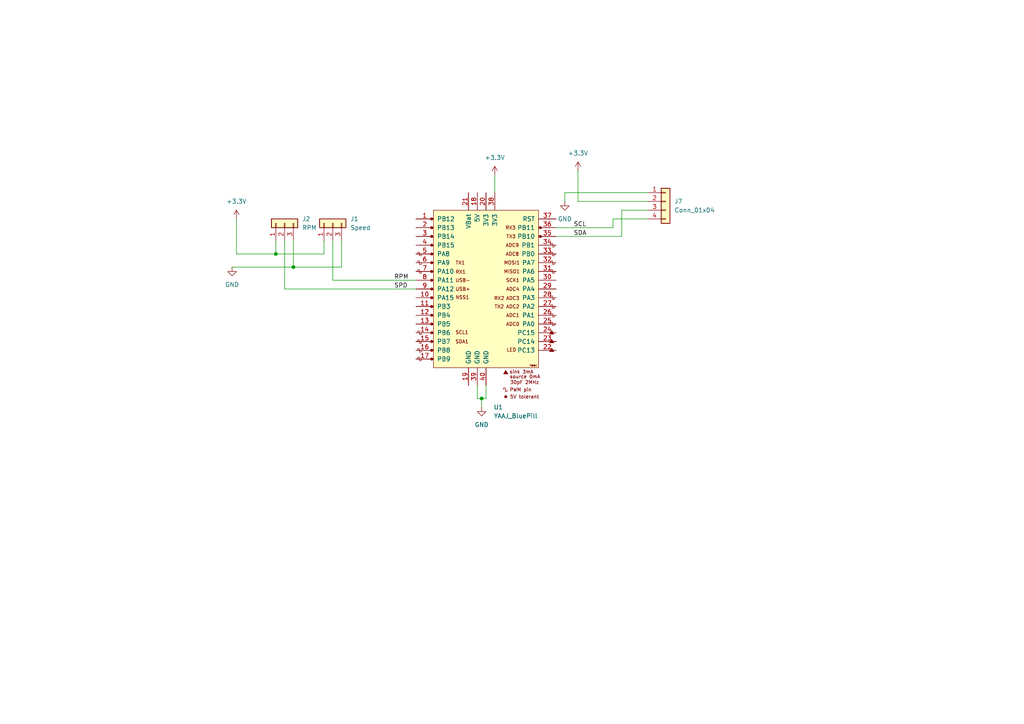
<source format=kicad_sch>
(kicad_sch
	(version 20231120)
	(generator "eeschema")
	(generator_version "8.0")
	(uuid "837044cf-9590-4543-8736-2e643c697318")
	(paper "A4")
	(lib_symbols
		(symbol "Connector_Generic:Conn_01x03"
			(pin_names
				(offset 1.016) hide)
			(exclude_from_sim no)
			(in_bom yes)
			(on_board yes)
			(property "Reference" "J"
				(at 0 5.08 0)
				(effects
					(font
						(size 1.27 1.27)
					)
				)
			)
			(property "Value" "Conn_01x03"
				(at 0 -5.08 0)
				(effects
					(font
						(size 1.27 1.27)
					)
				)
			)
			(property "Footprint" ""
				(at 0 0 0)
				(effects
					(font
						(size 1.27 1.27)
					)
					(hide yes)
				)
			)
			(property "Datasheet" "~"
				(at 0 0 0)
				(effects
					(font
						(size 1.27 1.27)
					)
					(hide yes)
				)
			)
			(property "Description" "Generic connector, single row, 01x03, script generated (kicad-library-utils/schlib/autogen/connector/)"
				(at 0 0 0)
				(effects
					(font
						(size 1.27 1.27)
					)
					(hide yes)
				)
			)
			(property "ki_keywords" "connector"
				(at 0 0 0)
				(effects
					(font
						(size 1.27 1.27)
					)
					(hide yes)
				)
			)
			(property "ki_fp_filters" "Connector*:*_1x??_*"
				(at 0 0 0)
				(effects
					(font
						(size 1.27 1.27)
					)
					(hide yes)
				)
			)
			(symbol "Conn_01x03_1_1"
				(rectangle
					(start -1.27 -2.413)
					(end 0 -2.667)
					(stroke
						(width 0.1524)
						(type default)
					)
					(fill
						(type none)
					)
				)
				(rectangle
					(start -1.27 0.127)
					(end 0 -0.127)
					(stroke
						(width 0.1524)
						(type default)
					)
					(fill
						(type none)
					)
				)
				(rectangle
					(start -1.27 2.667)
					(end 0 2.413)
					(stroke
						(width 0.1524)
						(type default)
					)
					(fill
						(type none)
					)
				)
				(rectangle
					(start -1.27 3.81)
					(end 1.27 -3.81)
					(stroke
						(width 0.254)
						(type default)
					)
					(fill
						(type background)
					)
				)
				(pin passive line
					(at -5.08 2.54 0)
					(length 3.81)
					(name "Pin_1"
						(effects
							(font
								(size 1.27 1.27)
							)
						)
					)
					(number "1"
						(effects
							(font
								(size 1.27 1.27)
							)
						)
					)
				)
				(pin passive line
					(at -5.08 0 0)
					(length 3.81)
					(name "Pin_2"
						(effects
							(font
								(size 1.27 1.27)
							)
						)
					)
					(number "2"
						(effects
							(font
								(size 1.27 1.27)
							)
						)
					)
				)
				(pin passive line
					(at -5.08 -2.54 0)
					(length 3.81)
					(name "Pin_3"
						(effects
							(font
								(size 1.27 1.27)
							)
						)
					)
					(number "3"
						(effects
							(font
								(size 1.27 1.27)
							)
						)
					)
				)
			)
		)
		(symbol "Connector_Generic:Conn_01x04"
			(pin_names
				(offset 1.016) hide)
			(exclude_from_sim no)
			(in_bom yes)
			(on_board yes)
			(property "Reference" "J"
				(at 0 5.08 0)
				(effects
					(font
						(size 1.27 1.27)
					)
				)
			)
			(property "Value" "Conn_01x04"
				(at 0 -7.62 0)
				(effects
					(font
						(size 1.27 1.27)
					)
				)
			)
			(property "Footprint" ""
				(at 0 0 0)
				(effects
					(font
						(size 1.27 1.27)
					)
					(hide yes)
				)
			)
			(property "Datasheet" "~"
				(at 0 0 0)
				(effects
					(font
						(size 1.27 1.27)
					)
					(hide yes)
				)
			)
			(property "Description" "Generic connector, single row, 01x04, script generated (kicad-library-utils/schlib/autogen/connector/)"
				(at 0 0 0)
				(effects
					(font
						(size 1.27 1.27)
					)
					(hide yes)
				)
			)
			(property "ki_keywords" "connector"
				(at 0 0 0)
				(effects
					(font
						(size 1.27 1.27)
					)
					(hide yes)
				)
			)
			(property "ki_fp_filters" "Connector*:*_1x??_*"
				(at 0 0 0)
				(effects
					(font
						(size 1.27 1.27)
					)
					(hide yes)
				)
			)
			(symbol "Conn_01x04_1_1"
				(rectangle
					(start -1.27 -4.953)
					(end 0 -5.207)
					(stroke
						(width 0.1524)
						(type default)
					)
					(fill
						(type none)
					)
				)
				(rectangle
					(start -1.27 -2.413)
					(end 0 -2.667)
					(stroke
						(width 0.1524)
						(type default)
					)
					(fill
						(type none)
					)
				)
				(rectangle
					(start -1.27 0.127)
					(end 0 -0.127)
					(stroke
						(width 0.1524)
						(type default)
					)
					(fill
						(type none)
					)
				)
				(rectangle
					(start -1.27 2.667)
					(end 0 2.413)
					(stroke
						(width 0.1524)
						(type default)
					)
					(fill
						(type none)
					)
				)
				(rectangle
					(start -1.27 3.81)
					(end 1.27 -6.35)
					(stroke
						(width 0.254)
						(type default)
					)
					(fill
						(type background)
					)
				)
				(pin passive line
					(at -5.08 2.54 0)
					(length 3.81)
					(name "Pin_1"
						(effects
							(font
								(size 1.27 1.27)
							)
						)
					)
					(number "1"
						(effects
							(font
								(size 1.27 1.27)
							)
						)
					)
				)
				(pin passive line
					(at -5.08 0 0)
					(length 3.81)
					(name "Pin_2"
						(effects
							(font
								(size 1.27 1.27)
							)
						)
					)
					(number "2"
						(effects
							(font
								(size 1.27 1.27)
							)
						)
					)
				)
				(pin passive line
					(at -5.08 -2.54 0)
					(length 3.81)
					(name "Pin_3"
						(effects
							(font
								(size 1.27 1.27)
							)
						)
					)
					(number "3"
						(effects
							(font
								(size 1.27 1.27)
							)
						)
					)
				)
				(pin passive line
					(at -5.08 -5.08 0)
					(length 3.81)
					(name "Pin_4"
						(effects
							(font
								(size 1.27 1.27)
							)
						)
					)
					(number "4"
						(effects
							(font
								(size 1.27 1.27)
							)
						)
					)
				)
			)
		)
		(symbol "Custom:YAAJ_BluePill"
			(pin_names
				(offset 1.016)
			)
			(exclude_from_sim no)
			(in_bom yes)
			(on_board yes)
			(property "Reference" "U"
				(at -13.97 24.13 0)
				(effects
					(font
						(size 1.27 1.27)
					)
				)
			)
			(property "Value" "YAAJ_BluePill"
				(at 0 6.35 90)
				(effects
					(font
						(size 1.27 1.27)
					)
				)
			)
			(property "Footprint" ""
				(at -1.905 24.13 90)
				(effects
					(font
						(size 1.27 1.27)
					)
					(hide yes)
				)
			)
			(property "Datasheet" ""
				(at -1.905 24.13 90)
				(effects
					(font
						(size 1.27 1.27)
					)
					(hide yes)
				)
			)
			(property "Description" "STM32 Blue Pill ; KLC compliant"
				(at 0 0 0)
				(effects
					(font
						(size 1.27 1.27)
					)
					(hide yes)
				)
			)
			(property "ki_keywords" "module blue pill STM32"
				(at 0 0 0)
				(effects
					(font
						(size 1.27 1.27)
					)
					(hide yes)
				)
			)
			(symbol "YAAJ_BluePill_0_0"
				(circle
					(center -15.748 -20.32)
					(radius 0.3556)
					(stroke
						(width 0)
						(type solid)
					)
					(fill
						(type outline)
					)
				)
				(circle
					(center -15.748 -17.78)
					(radius 0.3556)
					(stroke
						(width 0)
						(type solid)
					)
					(fill
						(type outline)
					)
				)
				(circle
					(center -15.748 -15.24)
					(radius 0.3556)
					(stroke
						(width 0)
						(type solid)
					)
					(fill
						(type outline)
					)
				)
				(circle
					(center -15.748 -12.7)
					(radius 0.3556)
					(stroke
						(width 0)
						(type solid)
					)
					(fill
						(type outline)
					)
				)
				(circle
					(center -15.748 -10.16)
					(radius 0.3556)
					(stroke
						(width 0)
						(type solid)
					)
					(fill
						(type outline)
					)
				)
				(circle
					(center -15.748 -7.62)
					(radius 0.3556)
					(stroke
						(width 0)
						(type solid)
					)
					(fill
						(type outline)
					)
				)
				(circle
					(center -15.748 -5.08)
					(radius 0.3556)
					(stroke
						(width 0)
						(type solid)
					)
					(fill
						(type outline)
					)
				)
				(circle
					(center -15.748 -2.54)
					(radius 0.3556)
					(stroke
						(width 0)
						(type solid)
					)
					(fill
						(type outline)
					)
				)
				(circle
					(center -15.748 0)
					(radius 0.3556)
					(stroke
						(width 0)
						(type solid)
					)
					(fill
						(type outline)
					)
				)
				(circle
					(center -15.748 2.54)
					(radius 0.3556)
					(stroke
						(width 0)
						(type solid)
					)
					(fill
						(type outline)
					)
				)
				(circle
					(center -15.748 5.08)
					(radius 0.3556)
					(stroke
						(width 0)
						(type solid)
					)
					(fill
						(type outline)
					)
				)
				(circle
					(center -15.748 7.62)
					(radius 0.3556)
					(stroke
						(width 0)
						(type solid)
					)
					(fill
						(type outline)
					)
				)
				(circle
					(center -15.748 10.16)
					(radius 0.3556)
					(stroke
						(width 0)
						(type solid)
					)
					(fill
						(type outline)
					)
				)
				(circle
					(center -15.748 12.7)
					(radius 0.3556)
					(stroke
						(width 0)
						(type solid)
					)
					(fill
						(type outline)
					)
				)
				(circle
					(center -15.748 15.24)
					(radius 0.3556)
					(stroke
						(width 0)
						(type solid)
					)
					(fill
						(type outline)
					)
				)
				(circle
					(center -15.748 20.32)
					(radius 0.3556)
					(stroke
						(width 0)
						(type solid)
					)
					(fill
						(type outline)
					)
				)
				(polyline
					(pts
						(xy 5.08 -24.638) (xy 5.715 -23.622) (xy 6.35 -24.638) (xy 5.08 -24.638) (xy 5.715 -23.749) (xy 6.223 -24.638)
						(xy 5.207 -24.511) (xy 5.715 -23.876) (xy 6.096 -24.638) (xy 5.334 -24.384) (xy 5.842 -24.003)
						(xy 5.969 -24.638) (xy 5.461 -24.257) (xy 5.969 -24.13) (xy 5.842 -24.511) (xy 5.588 -24.257)
						(xy 5.842 -24.384) (xy 5.715 -24.13)
					)
					(stroke
						(width 0)
						(type solid)
					)
					(fill
						(type none)
					)
				)
				(polyline
					(pts
						(xy 18.415 -18.161) (xy 19.05 -17.145) (xy 19.685 -18.161) (xy 18.415 -18.161) (xy 19.05 -17.272)
						(xy 19.558 -18.161) (xy 18.542 -18.034) (xy 19.05 -17.399) (xy 19.431 -18.161) (xy 18.669 -17.907)
						(xy 19.177 -17.526) (xy 19.304 -18.161) (xy 18.796 -17.78) (xy 19.304 -17.653) (xy 19.177 -18.034)
						(xy 18.923 -17.78) (xy 19.177 -17.907) (xy 19.05 -17.653)
					)
					(stroke
						(width 0)
						(type solid)
					)
					(fill
						(type none)
					)
				)
				(polyline
					(pts
						(xy 18.415 -15.621) (xy 19.05 -14.605) (xy 19.685 -15.621) (xy 18.415 -15.621) (xy 19.05 -14.732)
						(xy 19.558 -15.621) (xy 18.542 -15.494) (xy 19.05 -14.859) (xy 19.431 -15.621) (xy 18.669 -15.367)
						(xy 19.177 -14.986) (xy 19.304 -15.621) (xy 18.796 -15.24) (xy 19.304 -15.113) (xy 19.177 -15.494)
						(xy 18.923 -15.24) (xy 19.177 -15.367) (xy 19.05 -15.113)
					)
					(stroke
						(width 0)
						(type solid)
					)
					(fill
						(type none)
					)
				)
				(polyline
					(pts
						(xy 18.415 -13.081) (xy 19.05 -12.065) (xy 19.685 -13.081) (xy 18.415 -13.081) (xy 19.05 -12.192)
						(xy 19.558 -13.081) (xy 18.542 -12.954) (xy 19.05 -12.319) (xy 19.431 -13.081) (xy 18.669 -12.827)
						(xy 19.177 -12.446) (xy 19.304 -13.081) (xy 18.796 -12.7) (xy 19.304 -12.573) (xy 19.177 -12.954)
						(xy 18.923 -12.7) (xy 19.177 -12.827) (xy 19.05 -12.573)
					)
					(stroke
						(width 0)
						(type solid)
					)
					(fill
						(type none)
					)
				)
				(circle
					(center 5.715 -31.242)
					(radius 0.127)
					(stroke
						(width 0)
						(type solid)
					)
					(fill
						(type outline)
					)
				)
				(circle
					(center 5.715 -31.242)
					(radius 0.254)
					(stroke
						(width 0)
						(type solid)
					)
					(fill
						(type none)
					)
				)
				(circle
					(center 5.715 -31.242)
					(radius 0.3556)
					(stroke
						(width 0)
						(type solid)
					)
					(fill
						(type none)
					)
				)
				(circle
					(center 15.748 15.24)
					(radius 0.254)
					(stroke
						(width 0)
						(type solid)
					)
					(fill
						(type outline)
					)
				)
				(circle
					(center 15.748 15.24)
					(radius 0.3556)
					(stroke
						(width 0)
						(type solid)
					)
					(fill
						(type none)
					)
				)
				(circle
					(center 15.748 17.78)
					(radius 0.254)
					(stroke
						(width 0)
						(type solid)
					)
					(fill
						(type outline)
					)
				)
				(circle
					(center 15.748 17.78)
					(radius 0.3556)
					(stroke
						(width 0)
						(type solid)
					)
					(fill
						(type none)
					)
				)
				(text "30pF 2MHz"
					(at 11.176 -27.051 0)
					(effects
						(font
							(size 0.9906 0.9906)
						)
					)
				)
				(text "5V tolerant"
					(at 11.176 -31.242 0)
					(effects
						(font
							(size 0.9906 0.9906)
						)
					)
				)
				(text "ADC0"
					(at 7.747 -10.16 0)
					(effects
						(font
							(size 0.9906 0.9906)
						)
					)
				)
				(text "ADC1"
					(at 7.747 -7.62 0)
					(effects
						(font
							(size 0.9906 0.9906)
						)
					)
				)
				(text "ADC2"
					(at 7.747 -5.08 0)
					(effects
						(font
							(size 0.9906 0.9906)
						)
					)
				)
				(text "ADC3"
					(at 7.747 -2.667 0)
					(effects
						(font
							(size 0.9906 0.9906)
						)
					)
				)
				(text "ADC4"
					(at 7.747 0 0)
					(effects
						(font
							(size 0.9906 0.9906)
						)
					)
				)
				(text "ADC8"
					(at 7.62 10.16 0)
					(effects
						(font
							(size 0.9906 0.9906)
						)
					)
				)
				(text "ADC9"
					(at 7.62 12.7 0)
					(effects
						(font
							(size 0.9906 0.9906)
						)
					)
				)
				(text "LED"
					(at 7.366 -17.653 0)
					(effects
						(font
							(size 0.9906 0.9906)
						)
					)
				)
				(text "MISO1"
					(at 7.493 5.08 0)
					(effects
						(font
							(size 0.9906 0.9906)
						)
					)
				)
				(text "MOSI1"
					(at 7.493 7.62 0)
					(effects
						(font
							(size 0.9906 0.9906)
						)
					)
				)
				(text "NSS1"
					(at -6.858 -2.413 0)
					(effects
						(font
							(size 0.9906 0.9906)
						)
					)
				)
				(text "PWM pin"
					(at 10.033 -29.21 0)
					(effects
						(font
							(size 0.9906 0.9906)
						)
					)
				)
				(text "RX1"
					(at -7.366 4.953 0)
					(effects
						(font
							(size 0.9906 0.9906)
						)
					)
				)
				(text "RX2"
					(at 3.81 -2.667 0)
					(effects
						(font
							(size 0.9906 0.9906)
						)
					)
				)
				(text "RX3"
					(at 7.112 17.78 0)
					(effects
						(font
							(size 0.9906 0.9906)
						)
					)
				)
				(text "SCK1"
					(at 7.747 2.54 0)
					(effects
						(font
							(size 0.9906 0.9906)
						)
					)
				)
				(text "SCL1"
					(at -6.985 -12.573 0)
					(effects
						(font
							(size 0.9906 0.9906)
						)
					)
				)
				(text "SDA1"
					(at -6.985 -15.24 0)
					(effects
						(font
							(size 0.9906 0.9906)
						)
					)
				)
				(text "sink 3mA"
					(at 10.287 -24.003 0)
					(effects
						(font
							(size 0.9906 0.9906)
						)
					)
				)
				(text "source 0mA"
					(at 11.303 -25.4 0)
					(effects
						(font
							(size 0.9906 0.9906)
						)
					)
				)
				(text "TX1"
					(at -7.493 7.62 0)
					(effects
						(font
							(size 0.9906 0.9906)
						)
					)
				)
				(text "TX2"
					(at 3.81 -5.08 0)
					(effects
						(font
							(size 0.9906 0.9906)
						)
					)
				)
				(text "TX3"
					(at 7.239 15.24 0)
					(effects
						(font
							(size 0.9906 0.9906)
						)
					)
				)
				(text "USB+"
					(at -6.731 0 0)
					(effects
						(font
							(size 0.9906 0.9906)
						)
					)
				)
				(text "USB-"
					(at -6.731 2.54 0)
					(effects
						(font
							(size 0.9906 0.9906)
						)
					)
				)
				(text "Y@@J"
					(at 13.6906 -22.1488 0)
					(effects
						(font
							(size 0.508 0.508)
						)
					)
				)
			)
			(symbol "YAAJ_BluePill_0_1"
				(rectangle
					(start -15.24 22.86)
					(end 15.24 -22.86)
					(stroke
						(width 0)
						(type solid)
					)
					(fill
						(type background)
					)
				)
				(polyline
					(pts
						(xy -18.796 -20.32) (xy -18.796 -20.828) (xy -19.304 -20.828) (xy -19.304 -19.812) (xy -19.812 -19.812)
						(xy -19.812 -20.32)
					)
					(stroke
						(width 0)
						(type solid)
					)
					(fill
						(type none)
					)
				)
				(polyline
					(pts
						(xy -18.796 -17.78) (xy -18.796 -18.288) (xy -19.304 -18.288) (xy -19.304 -17.272) (xy -19.812 -17.272)
						(xy -19.812 -17.78)
					)
					(stroke
						(width 0)
						(type solid)
					)
					(fill
						(type none)
					)
				)
				(polyline
					(pts
						(xy -18.796 -15.24) (xy -18.796 -15.748) (xy -19.304 -15.748) (xy -19.304 -14.732) (xy -19.812 -14.732)
						(xy -19.812 -15.24)
					)
					(stroke
						(width 0)
						(type solid)
					)
					(fill
						(type none)
					)
				)
				(polyline
					(pts
						(xy -18.796 -12.7) (xy -18.796 -13.208) (xy -19.304 -13.208) (xy -19.304 -12.192) (xy -19.812 -12.192)
						(xy -19.812 -12.7)
					)
					(stroke
						(width 0)
						(type solid)
					)
					(fill
						(type none)
					)
				)
				(polyline
					(pts
						(xy -18.796 5.08) (xy -18.796 4.572) (xy -19.304 4.572) (xy -19.304 5.588) (xy -19.812 5.588)
						(xy -19.812 5.08)
					)
					(stroke
						(width 0)
						(type solid)
					)
					(fill
						(type none)
					)
				)
				(polyline
					(pts
						(xy -18.796 7.62) (xy -18.796 7.112) (xy -19.304 7.112) (xy -19.304 8.128) (xy -19.812 8.128)
						(xy -19.812 7.62)
					)
					(stroke
						(width 0)
						(type solid)
					)
					(fill
						(type none)
					)
				)
				(polyline
					(pts
						(xy -18.796 10.16) (xy -18.796 9.652) (xy -19.304 9.652) (xy -19.304 10.668) (xy -19.812 10.668)
						(xy -19.812 10.16)
					)
					(stroke
						(width 0)
						(type solid)
					)
					(fill
						(type none)
					)
				)
				(polyline
					(pts
						(xy 6.096 -29.21) (xy 6.096 -29.718) (xy 5.588 -29.718) (xy 5.588 -28.702) (xy 5.08 -28.702) (xy 5.08 -29.21)
					)
					(stroke
						(width 0)
						(type solid)
					)
					(fill
						(type none)
					)
				)
				(polyline
					(pts
						(xy 19.812 -10.16) (xy 19.812 -10.668) (xy 19.304 -10.668) (xy 19.304 -9.652) (xy 18.796 -9.652)
						(xy 18.796 -10.16)
					)
					(stroke
						(width 0)
						(type solid)
					)
					(fill
						(type none)
					)
				)
				(polyline
					(pts
						(xy 19.812 -7.62) (xy 19.812 -8.128) (xy 19.304 -8.128) (xy 19.304 -7.112) (xy 18.796 -7.112)
						(xy 18.796 -7.62)
					)
					(stroke
						(width 0)
						(type solid)
					)
					(fill
						(type none)
					)
				)
				(polyline
					(pts
						(xy 19.812 -5.08) (xy 19.812 -5.588) (xy 19.304 -5.588) (xy 19.304 -4.572) (xy 18.796 -4.572)
						(xy 18.796 -5.08)
					)
					(stroke
						(width 0)
						(type solid)
					)
					(fill
						(type none)
					)
				)
				(polyline
					(pts
						(xy 19.812 -2.54) (xy 19.812 -3.048) (xy 19.304 -3.048) (xy 19.304 -2.032) (xy 18.796 -2.032)
						(xy 18.796 -2.54)
					)
					(stroke
						(width 0)
						(type solid)
					)
					(fill
						(type none)
					)
				)
				(polyline
					(pts
						(xy 19.812 5.08) (xy 19.812 4.572) (xy 19.304 4.572) (xy 19.304 5.588) (xy 18.796 5.588) (xy 18.796 5.08)
					)
					(stroke
						(width 0)
						(type solid)
					)
					(fill
						(type none)
					)
				)
				(polyline
					(pts
						(xy 19.812 7.62) (xy 19.812 7.112) (xy 19.304 7.112) (xy 19.304 8.128) (xy 18.796 8.128) (xy 18.796 7.62)
					)
					(stroke
						(width 0)
						(type solid)
					)
					(fill
						(type none)
					)
				)
				(polyline
					(pts
						(xy 19.812 10.16) (xy 19.812 9.652) (xy 19.304 9.652) (xy 19.304 10.668) (xy 18.796 10.668) (xy 18.796 10.16)
					)
					(stroke
						(width 0)
						(type solid)
					)
					(fill
						(type none)
					)
				)
				(polyline
					(pts
						(xy 19.812 12.7) (xy 19.812 12.192) (xy 19.304 12.192) (xy 19.304 13.208) (xy 18.796 13.208) (xy 18.796 12.7)
					)
					(stroke
						(width 0)
						(type solid)
					)
					(fill
						(type none)
					)
				)
			)
			(symbol "YAAJ_BluePill_1_1"
				(circle
					(center -15.748 17.78)
					(radius 0.3556)
					(stroke
						(width 0)
						(type solid)
					)
					(fill
						(type outline)
					)
				)
				(pin bidirectional line
					(at -20.32 20.32 0)
					(length 5.08)
					(name "PB12"
						(effects
							(font
								(size 1.27 1.27)
							)
						)
					)
					(number "1"
						(effects
							(font
								(size 1.27 1.27)
							)
						)
					)
				)
				(pin bidirectional line
					(at -20.32 -2.54 0)
					(length 5.08)
					(name "PA15"
						(effects
							(font
								(size 1.27 1.27)
							)
						)
					)
					(number "10"
						(effects
							(font
								(size 1.27 1.27)
							)
						)
					)
				)
				(pin bidirectional line
					(at -20.32 -5.08 0)
					(length 5.08)
					(name "PB3"
						(effects
							(font
								(size 1.27 1.27)
							)
						)
					)
					(number "11"
						(effects
							(font
								(size 1.27 1.27)
							)
						)
					)
				)
				(pin bidirectional line
					(at -20.32 -7.62 0)
					(length 5.08)
					(name "PB4"
						(effects
							(font
								(size 1.27 1.27)
							)
						)
					)
					(number "12"
						(effects
							(font
								(size 1.27 1.27)
							)
						)
					)
				)
				(pin bidirectional line
					(at -20.32 -10.16 0)
					(length 5.08)
					(name "PB5"
						(effects
							(font
								(size 1.27 1.27)
							)
						)
					)
					(number "13"
						(effects
							(font
								(size 1.27 1.27)
							)
						)
					)
				)
				(pin bidirectional line
					(at -20.32 -12.7 0)
					(length 5.08)
					(name "PB6"
						(effects
							(font
								(size 1.27 1.27)
							)
						)
					)
					(number "14"
						(effects
							(font
								(size 1.27 1.27)
							)
						)
					)
				)
				(pin bidirectional line
					(at -20.32 -15.24 0)
					(length 5.08)
					(name "PB7"
						(effects
							(font
								(size 1.27 1.27)
							)
						)
					)
					(number "15"
						(effects
							(font
								(size 1.27 1.27)
							)
						)
					)
				)
				(pin bidirectional line
					(at -20.32 -17.78 0)
					(length 5.08)
					(name "PB8"
						(effects
							(font
								(size 1.27 1.27)
							)
						)
					)
					(number "16"
						(effects
							(font
								(size 1.27 1.27)
							)
						)
					)
				)
				(pin bidirectional line
					(at -20.32 -20.32 0)
					(length 5.08)
					(name "PB9"
						(effects
							(font
								(size 1.27 1.27)
							)
						)
					)
					(number "17"
						(effects
							(font
								(size 1.27 1.27)
							)
						)
					)
				)
				(pin power_in line
					(at -2.54 27.94 270)
					(length 5.08)
					(name "5V"
						(effects
							(font
								(size 1.27 1.27)
							)
						)
					)
					(number "18"
						(effects
							(font
								(size 1.27 1.27)
							)
						)
					)
				)
				(pin power_in line
					(at -5.08 -27.94 90)
					(length 5.08)
					(name "GND"
						(effects
							(font
								(size 1.27 1.27)
							)
						)
					)
					(number "19"
						(effects
							(font
								(size 1.27 1.27)
							)
						)
					)
				)
				(pin bidirectional line
					(at -20.32 17.78 0)
					(length 5.08)
					(name "PB13"
						(effects
							(font
								(size 1.27 1.27)
							)
						)
					)
					(number "2"
						(effects
							(font
								(size 1.27 1.27)
							)
						)
					)
				)
				(pin power_in line
					(at 0 27.94 270)
					(length 5.08)
					(name "3V3"
						(effects
							(font
								(size 1.27 1.27)
							)
						)
					)
					(number "20"
						(effects
							(font
								(size 1.27 1.27)
							)
						)
					)
				)
				(pin power_in line
					(at -5.08 27.94 270)
					(length 5.08)
					(name "VBat"
						(effects
							(font
								(size 1.27 1.27)
							)
						)
					)
					(number "21"
						(effects
							(font
								(size 1.27 1.27)
							)
						)
					)
				)
				(pin bidirectional line
					(at 20.32 -17.78 180)
					(length 5.08)
					(name "PC13"
						(effects
							(font
								(size 1.27 1.27)
							)
						)
					)
					(number "22"
						(effects
							(font
								(size 1.27 1.27)
							)
						)
					)
				)
				(pin bidirectional line
					(at 20.32 -15.24 180)
					(length 5.08)
					(name "PC14"
						(effects
							(font
								(size 1.27 1.27)
							)
						)
					)
					(number "23"
						(effects
							(font
								(size 1.27 1.27)
							)
						)
					)
				)
				(pin bidirectional line
					(at 20.32 -12.7 180)
					(length 5.08)
					(name "PC15"
						(effects
							(font
								(size 1.27 1.27)
							)
						)
					)
					(number "24"
						(effects
							(font
								(size 1.27 1.27)
							)
						)
					)
				)
				(pin bidirectional line
					(at 20.32 -10.16 180)
					(length 5.08)
					(name "PA0"
						(effects
							(font
								(size 1.27 1.27)
							)
						)
					)
					(number "25"
						(effects
							(font
								(size 1.27 1.27)
							)
						)
					)
				)
				(pin bidirectional line
					(at 20.32 -7.62 180)
					(length 5.08)
					(name "PA1"
						(effects
							(font
								(size 1.27 1.27)
							)
						)
					)
					(number "26"
						(effects
							(font
								(size 1.27 1.27)
							)
						)
					)
				)
				(pin bidirectional line
					(at 20.32 -5.08 180)
					(length 5.08)
					(name "PA2"
						(effects
							(font
								(size 1.27 1.27)
							)
						)
					)
					(number "27"
						(effects
							(font
								(size 1.27 1.27)
							)
						)
					)
				)
				(pin bidirectional line
					(at 20.32 -2.54 180)
					(length 5.08)
					(name "PA3"
						(effects
							(font
								(size 1.27 1.27)
							)
						)
					)
					(number "28"
						(effects
							(font
								(size 1.27 1.27)
							)
						)
					)
				)
				(pin bidirectional line
					(at 20.32 0 180)
					(length 5.08)
					(name "PA4"
						(effects
							(font
								(size 1.27 1.27)
							)
						)
					)
					(number "29"
						(effects
							(font
								(size 1.27 1.27)
							)
						)
					)
				)
				(pin bidirectional line
					(at -20.32 15.24 0)
					(length 5.08)
					(name "PB14"
						(effects
							(font
								(size 1.27 1.27)
							)
						)
					)
					(number "3"
						(effects
							(font
								(size 1.27 1.27)
							)
						)
					)
				)
				(pin bidirectional line
					(at 20.32 2.54 180)
					(length 5.08)
					(name "PA5"
						(effects
							(font
								(size 1.27 1.27)
							)
						)
					)
					(number "30"
						(effects
							(font
								(size 1.27 1.27)
							)
						)
					)
				)
				(pin bidirectional line
					(at 20.32 5.08 180)
					(length 5.08)
					(name "PA6"
						(effects
							(font
								(size 1.27 1.27)
							)
						)
					)
					(number "31"
						(effects
							(font
								(size 1.27 1.27)
							)
						)
					)
				)
				(pin bidirectional line
					(at 20.32 7.62 180)
					(length 5.08)
					(name "PA7"
						(effects
							(font
								(size 1.27 1.27)
							)
						)
					)
					(number "32"
						(effects
							(font
								(size 1.27 1.27)
							)
						)
					)
				)
				(pin bidirectional line
					(at 20.32 10.16 180)
					(length 5.08)
					(name "PB0"
						(effects
							(font
								(size 1.27 1.27)
							)
						)
					)
					(number "33"
						(effects
							(font
								(size 1.27 1.27)
							)
						)
					)
				)
				(pin bidirectional line
					(at 20.32 12.7 180)
					(length 5.08)
					(name "PB1"
						(effects
							(font
								(size 1.27 1.27)
							)
						)
					)
					(number "34"
						(effects
							(font
								(size 1.27 1.27)
							)
						)
					)
				)
				(pin bidirectional line
					(at 20.32 15.24 180)
					(length 5.08)
					(name "PB10"
						(effects
							(font
								(size 1.27 1.27)
							)
						)
					)
					(number "35"
						(effects
							(font
								(size 1.27 1.27)
							)
						)
					)
				)
				(pin bidirectional line
					(at 20.32 17.78 180)
					(length 5.08)
					(name "PB11"
						(effects
							(font
								(size 1.27 1.27)
							)
						)
					)
					(number "36"
						(effects
							(font
								(size 1.27 1.27)
							)
						)
					)
				)
				(pin input line
					(at 20.32 20.32 180)
					(length 5.08)
					(name "RST"
						(effects
							(font
								(size 1.27 1.27)
							)
						)
					)
					(number "37"
						(effects
							(font
								(size 1.27 1.27)
							)
						)
					)
				)
				(pin power_in line
					(at 2.54 27.94 270)
					(length 5.08)
					(name "3V3"
						(effects
							(font
								(size 1.27 1.27)
							)
						)
					)
					(number "38"
						(effects
							(font
								(size 1.27 1.27)
							)
						)
					)
				)
				(pin power_in line
					(at -2.54 -27.94 90)
					(length 5.08)
					(name "GND"
						(effects
							(font
								(size 1.27 1.27)
							)
						)
					)
					(number "39"
						(effects
							(font
								(size 1.27 1.27)
							)
						)
					)
				)
				(pin bidirectional line
					(at -20.32 12.7 0)
					(length 5.08)
					(name "PB15"
						(effects
							(font
								(size 1.27 1.27)
							)
						)
					)
					(number "4"
						(effects
							(font
								(size 1.27 1.27)
							)
						)
					)
				)
				(pin power_in line
					(at 0 -27.94 90)
					(length 5.08)
					(name "GND"
						(effects
							(font
								(size 1.27 1.27)
							)
						)
					)
					(number "40"
						(effects
							(font
								(size 1.27 1.27)
							)
						)
					)
				)
				(pin bidirectional line
					(at -20.32 10.16 0)
					(length 5.08)
					(name "PA8"
						(effects
							(font
								(size 1.27 1.27)
							)
						)
					)
					(number "5"
						(effects
							(font
								(size 1.27 1.27)
							)
						)
					)
				)
				(pin bidirectional line
					(at -20.32 7.62 0)
					(length 5.08)
					(name "PA9"
						(effects
							(font
								(size 1.27 1.27)
							)
						)
					)
					(number "6"
						(effects
							(font
								(size 1.27 1.27)
							)
						)
					)
				)
				(pin bidirectional line
					(at -20.32 5.08 0)
					(length 5.08)
					(name "PA10"
						(effects
							(font
								(size 1.27 1.27)
							)
						)
					)
					(number "7"
						(effects
							(font
								(size 1.27 1.27)
							)
						)
					)
				)
				(pin bidirectional line
					(at -20.32 2.54 0)
					(length 5.08)
					(name "PA11"
						(effects
							(font
								(size 1.27 1.27)
							)
						)
					)
					(number "8"
						(effects
							(font
								(size 1.27 1.27)
							)
						)
					)
				)
				(pin bidirectional line
					(at -20.32 0 0)
					(length 5.08)
					(name "PA12"
						(effects
							(font
								(size 1.27 1.27)
							)
						)
					)
					(number "9"
						(effects
							(font
								(size 1.27 1.27)
							)
						)
					)
				)
			)
		)
		(symbol "power:+3.3V"
			(power)
			(pin_numbers hide)
			(pin_names
				(offset 0) hide)
			(exclude_from_sim no)
			(in_bom yes)
			(on_board yes)
			(property "Reference" "#PWR"
				(at 0 -3.81 0)
				(effects
					(font
						(size 1.27 1.27)
					)
					(hide yes)
				)
			)
			(property "Value" "+3.3V"
				(at 0 3.556 0)
				(effects
					(font
						(size 1.27 1.27)
					)
				)
			)
			(property "Footprint" ""
				(at 0 0 0)
				(effects
					(font
						(size 1.27 1.27)
					)
					(hide yes)
				)
			)
			(property "Datasheet" ""
				(at 0 0 0)
				(effects
					(font
						(size 1.27 1.27)
					)
					(hide yes)
				)
			)
			(property "Description" "Power symbol creates a global label with name \"+3.3V\""
				(at 0 0 0)
				(effects
					(font
						(size 1.27 1.27)
					)
					(hide yes)
				)
			)
			(property "ki_keywords" "global power"
				(at 0 0 0)
				(effects
					(font
						(size 1.27 1.27)
					)
					(hide yes)
				)
			)
			(symbol "+3.3V_0_1"
				(polyline
					(pts
						(xy -0.762 1.27) (xy 0 2.54)
					)
					(stroke
						(width 0)
						(type default)
					)
					(fill
						(type none)
					)
				)
				(polyline
					(pts
						(xy 0 0) (xy 0 2.54)
					)
					(stroke
						(width 0)
						(type default)
					)
					(fill
						(type none)
					)
				)
				(polyline
					(pts
						(xy 0 2.54) (xy 0.762 1.27)
					)
					(stroke
						(width 0)
						(type default)
					)
					(fill
						(type none)
					)
				)
			)
			(symbol "+3.3V_1_1"
				(pin power_in line
					(at 0 0 90)
					(length 0)
					(name "~"
						(effects
							(font
								(size 1.27 1.27)
							)
						)
					)
					(number "1"
						(effects
							(font
								(size 1.27 1.27)
							)
						)
					)
				)
			)
		)
		(symbol "power:GND"
			(power)
			(pin_numbers hide)
			(pin_names
				(offset 0) hide)
			(exclude_from_sim no)
			(in_bom yes)
			(on_board yes)
			(property "Reference" "#PWR"
				(at 0 -6.35 0)
				(effects
					(font
						(size 1.27 1.27)
					)
					(hide yes)
				)
			)
			(property "Value" "GND"
				(at 0 -3.81 0)
				(effects
					(font
						(size 1.27 1.27)
					)
				)
			)
			(property "Footprint" ""
				(at 0 0 0)
				(effects
					(font
						(size 1.27 1.27)
					)
					(hide yes)
				)
			)
			(property "Datasheet" ""
				(at 0 0 0)
				(effects
					(font
						(size 1.27 1.27)
					)
					(hide yes)
				)
			)
			(property "Description" "Power symbol creates a global label with name \"GND\" , ground"
				(at 0 0 0)
				(effects
					(font
						(size 1.27 1.27)
					)
					(hide yes)
				)
			)
			(property "ki_keywords" "global power"
				(at 0 0 0)
				(effects
					(font
						(size 1.27 1.27)
					)
					(hide yes)
				)
			)
			(symbol "GND_0_1"
				(polyline
					(pts
						(xy 0 0) (xy 0 -1.27) (xy 1.27 -1.27) (xy 0 -2.54) (xy -1.27 -1.27) (xy 0 -1.27)
					)
					(stroke
						(width 0)
						(type default)
					)
					(fill
						(type none)
					)
				)
			)
			(symbol "GND_1_1"
				(pin power_in line
					(at 0 0 270)
					(length 0)
					(name "~"
						(effects
							(font
								(size 1.27 1.27)
							)
						)
					)
					(number "1"
						(effects
							(font
								(size 1.27 1.27)
							)
						)
					)
				)
			)
		)
	)
	(junction
		(at 80.01 73.66)
		(diameter 0)
		(color 0 0 0 0)
		(uuid "9fedbdc4-8753-45ed-bf49-d7d8dd038268")
	)
	(junction
		(at 139.7 115.57)
		(diameter 0)
		(color 0 0 0 0)
		(uuid "e1448e58-3314-46b9-9476-180f71a81807")
	)
	(junction
		(at 85.09 77.47)
		(diameter 0)
		(color 0 0 0 0)
		(uuid "f1eef330-05c9-41ee-b25d-fc16d26ed5b9")
	)
	(wire
		(pts
			(xy 68.58 63.5) (xy 68.58 73.66)
		)
		(stroke
			(width 0)
			(type default)
		)
		(uuid "0899347a-be2e-47d3-9976-f7bb01040330")
	)
	(wire
		(pts
			(xy 167.64 58.42) (xy 187.96 58.42)
		)
		(stroke
			(width 0)
			(type default)
		)
		(uuid "257fea2e-6baf-4d3c-8f15-6b67a699ebf3")
	)
	(wire
		(pts
			(xy 161.29 66.04) (xy 177.8 66.04)
		)
		(stroke
			(width 0)
			(type default)
		)
		(uuid "2602b4c9-1ce4-472b-a883-aa83c7131bec")
	)
	(wire
		(pts
			(xy 140.97 115.57) (xy 139.7 115.57)
		)
		(stroke
			(width 0)
			(type default)
		)
		(uuid "29cc4ad4-2818-4767-9d26-d1141ba85dda")
	)
	(wire
		(pts
			(xy 96.52 81.28) (xy 120.65 81.28)
		)
		(stroke
			(width 0)
			(type default)
		)
		(uuid "3b411061-ca38-46a3-b832-f898d3f511b9")
	)
	(wire
		(pts
			(xy 177.8 66.04) (xy 177.8 63.5)
		)
		(stroke
			(width 0)
			(type default)
		)
		(uuid "3c912d2b-230a-47ce-9512-9247f1ede09a")
	)
	(wire
		(pts
			(xy 82.55 83.82) (xy 82.55 69.85)
		)
		(stroke
			(width 0)
			(type default)
		)
		(uuid "3d9f7937-8680-470a-aca6-162bc222b6b3")
	)
	(wire
		(pts
			(xy 180.34 60.96) (xy 187.96 60.96)
		)
		(stroke
			(width 0)
			(type default)
		)
		(uuid "409d06f5-c16f-4965-aaf2-4f6b69997b52")
	)
	(wire
		(pts
			(xy 99.06 77.47) (xy 99.06 69.85)
		)
		(stroke
			(width 0)
			(type default)
		)
		(uuid "41434de2-a6ff-44d9-a515-3f9241d491a8")
	)
	(wire
		(pts
			(xy 68.58 73.66) (xy 80.01 73.66)
		)
		(stroke
			(width 0)
			(type default)
		)
		(uuid "4b37acd8-a433-47f9-9da7-9c128a2bd6b9")
	)
	(wire
		(pts
			(xy 85.09 69.85) (xy 85.09 77.47)
		)
		(stroke
			(width 0)
			(type default)
		)
		(uuid "531b9725-e3e1-4418-b978-aba917f99846")
	)
	(wire
		(pts
			(xy 140.97 111.76) (xy 140.97 115.57)
		)
		(stroke
			(width 0)
			(type default)
		)
		(uuid "556e9869-1c59-4358-b2c3-dc46d530d30f")
	)
	(wire
		(pts
			(xy 82.55 83.82) (xy 120.65 83.82)
		)
		(stroke
			(width 0)
			(type default)
		)
		(uuid "637b9f60-f794-46af-87f7-b237dbce3e9d")
	)
	(wire
		(pts
			(xy 161.29 68.58) (xy 180.34 68.58)
		)
		(stroke
			(width 0)
			(type default)
		)
		(uuid "7438afb2-b196-42d3-a455-ce4869d34dc4")
	)
	(wire
		(pts
			(xy 138.43 115.57) (xy 139.7 115.57)
		)
		(stroke
			(width 0)
			(type default)
		)
		(uuid "7e01b7ec-2933-4d14-8487-1e7a8e5f4752")
	)
	(wire
		(pts
			(xy 96.52 81.28) (xy 96.52 69.85)
		)
		(stroke
			(width 0)
			(type default)
		)
		(uuid "825c058e-5f17-4fd6-85c4-6225fa864b35")
	)
	(wire
		(pts
			(xy 80.01 69.85) (xy 80.01 73.66)
		)
		(stroke
			(width 0)
			(type default)
		)
		(uuid "8ee1ff9d-85ed-4e68-96a9-884ba9314695")
	)
	(wire
		(pts
			(xy 177.8 63.5) (xy 187.96 63.5)
		)
		(stroke
			(width 0)
			(type default)
		)
		(uuid "9516f783-ba68-476e-b327-a957b49ceda2")
	)
	(wire
		(pts
			(xy 163.83 55.88) (xy 163.83 58.42)
		)
		(stroke
			(width 0)
			(type default)
		)
		(uuid "97729118-957a-442a-8a6a-a8937530aeb9")
	)
	(wire
		(pts
			(xy 167.64 49.53) (xy 167.64 58.42)
		)
		(stroke
			(width 0)
			(type default)
		)
		(uuid "ac475751-2563-4e0d-8989-4d6b5ea92514")
	)
	(wire
		(pts
			(xy 143.51 50.8) (xy 143.51 55.88)
		)
		(stroke
			(width 0)
			(type default)
		)
		(uuid "aeabed57-0494-48d6-96e9-210394dbb199")
	)
	(wire
		(pts
			(xy 93.98 73.66) (xy 93.98 69.85)
		)
		(stroke
			(width 0)
			(type default)
		)
		(uuid "be205370-1a48-4ed0-89c2-1d2b3987cd52")
	)
	(wire
		(pts
			(xy 139.7 115.57) (xy 139.7 118.11)
		)
		(stroke
			(width 0)
			(type default)
		)
		(uuid "bec202d6-9191-4b3c-b6ed-ce495c05a2b9")
	)
	(wire
		(pts
			(xy 180.34 68.58) (xy 180.34 60.96)
		)
		(stroke
			(width 0)
			(type default)
		)
		(uuid "c7e30e2e-ff9e-49df-865d-f6c716f17c31")
	)
	(wire
		(pts
			(xy 85.09 77.47) (xy 99.06 77.47)
		)
		(stroke
			(width 0)
			(type default)
		)
		(uuid "cb016308-4ce0-4f27-9424-13d9a77286cf")
	)
	(wire
		(pts
			(xy 67.31 77.47) (xy 85.09 77.47)
		)
		(stroke
			(width 0)
			(type default)
		)
		(uuid "eb843e8b-f748-4e02-bc12-99a2d1ff8693")
	)
	(wire
		(pts
			(xy 138.43 111.76) (xy 138.43 115.57)
		)
		(stroke
			(width 0)
			(type default)
		)
		(uuid "f1f33359-3986-4398-9235-7d1bf2ed2d05")
	)
	(wire
		(pts
			(xy 163.83 55.88) (xy 187.96 55.88)
		)
		(stroke
			(width 0)
			(type default)
		)
		(uuid "f67ff74b-20de-4be4-8e9b-8f5c70f8bad2")
	)
	(wire
		(pts
			(xy 80.01 73.66) (xy 93.98 73.66)
		)
		(stroke
			(width 0)
			(type default)
		)
		(uuid "fd5fb9a7-b864-4f97-97d7-dfb6199f4be8")
	)
	(label "SDA"
		(at 166.37 68.58 0)
		(fields_autoplaced yes)
		(effects
			(font
				(size 1.27 1.27)
			)
			(justify left bottom)
		)
		(uuid "21ca70d0-151e-4160-9b82-fd209a96c576")
	)
	(label "RPM"
		(at 114.3 81.28 0)
		(fields_autoplaced yes)
		(effects
			(font
				(size 1.27 1.27)
			)
			(justify left bottom)
		)
		(uuid "3707f89d-e74e-4be2-9896-805363fc1c8b")
	)
	(label "SCL"
		(at 166.37 66.04 0)
		(fields_autoplaced yes)
		(effects
			(font
				(size 1.27 1.27)
			)
			(justify left bottom)
		)
		(uuid "88a53a47-1625-48e9-baeb-a34ef585e17f")
	)
	(label "SPD"
		(at 114.3 83.82 0)
		(fields_autoplaced yes)
		(effects
			(font
				(size 1.27 1.27)
			)
			(justify left bottom)
		)
		(uuid "ab8f36bd-6cec-47eb-8fc0-2b58baf37a6a")
	)
	(symbol
		(lib_id "Custom:YAAJ_BluePill")
		(at 140.97 83.82 0)
		(unit 1)
		(exclude_from_sim no)
		(in_bom yes)
		(on_board yes)
		(dnp no)
		(fields_autoplaced yes)
		(uuid "0f90f0a2-0039-4415-a842-1e4ad3ca88dc")
		(property "Reference" "U1"
			(at 143.1641 118.11 0)
			(effects
				(font
					(size 1.27 1.27)
				)
				(justify left)
			)
		)
		(property "Value" "YAAJ_BluePill"
			(at 143.1641 120.65 0)
			(effects
				(font
					(size 1.27 1.27)
				)
				(justify left)
			)
		)
		(property "Footprint" "Custom_Library:YAAJ_BluePill_1"
			(at 139.065 59.69 90)
			(effects
				(font
					(size 1.27 1.27)
				)
				(hide yes)
			)
		)
		(property "Datasheet" ""
			(at 139.065 59.69 90)
			(effects
				(font
					(size 1.27 1.27)
				)
				(hide yes)
			)
		)
		(property "Description" "STM32 Blue Pill ; KLC compliant"
			(at 140.97 83.82 0)
			(effects
				(font
					(size 1.27 1.27)
				)
				(hide yes)
			)
		)
		(pin "1"
			(uuid "09e91d5a-14ce-47f0-9020-79bc1db0f476")
		)
		(pin "10"
			(uuid "f727395b-a62a-41fa-ac7f-f4baccf2f86b")
		)
		(pin "11"
			(uuid "147545e2-5233-4212-aaf2-6f155e85e47a")
		)
		(pin "12"
			(uuid "5eb3385f-0caa-49d5-abac-bf1b7a7eb24a")
		)
		(pin "13"
			(uuid "1f58f789-0994-40ed-8579-854280e60f6c")
		)
		(pin "15"
			(uuid "a95143ca-908a-4c23-880d-b98273ee8a26")
		)
		(pin "14"
			(uuid "7d7e9008-e698-49a3-ac87-cccbc86ca2d0")
		)
		(pin "16"
			(uuid "4b139574-73d3-4a5f-b31f-926162948ebf")
		)
		(pin "22"
			(uuid "54de8031-c63e-418b-9b9f-03eaddaea0ef")
		)
		(pin "25"
			(uuid "eb1f38ba-e696-45b1-a949-42356a4e652c")
		)
		(pin "36"
			(uuid "5d90d906-581c-4ee5-bca3-2544139fd3a6")
		)
		(pin "8"
			(uuid "49084f65-c9be-40d9-bdbd-8b280c1a7516")
		)
		(pin "20"
			(uuid "3d8e8f2a-dcc0-4226-b24b-043f0ce81e2b")
		)
		(pin "19"
			(uuid "76ac7d84-51d4-494f-b4bd-b099efee3905")
		)
		(pin "30"
			(uuid "bcc95169-396f-47b3-9795-f557540a7197")
		)
		(pin "32"
			(uuid "595f946b-8c7a-4456-9c65-0e9d62643783")
		)
		(pin "39"
			(uuid "88b148c4-35fa-4183-a8c2-899f17778a63")
		)
		(pin "28"
			(uuid "530bcf83-bcb5-4c7c-85c2-bd76e2c8b9ce")
		)
		(pin "4"
			(uuid "58c4a038-94f3-4d5d-8776-55cdfe94adce")
		)
		(pin "6"
			(uuid "5ad63395-475c-4e22-9aa3-e4d27ed0b078")
		)
		(pin "7"
			(uuid "fe155812-c5ef-4772-a3ec-bb3847138fe1")
		)
		(pin "27"
			(uuid "156462f8-7764-4721-831a-dd5fd0285a66")
		)
		(pin "21"
			(uuid "7d07788a-a313-4d5d-b7ba-78d73c4bb920")
		)
		(pin "17"
			(uuid "2d43fa8e-cc44-42eb-9aa7-d0792c51c198")
		)
		(pin "23"
			(uuid "193ebab2-7924-4ae4-8031-b6b941e48f26")
		)
		(pin "33"
			(uuid "762f3a7a-85b6-4758-b892-8eddb351e10b")
		)
		(pin "3"
			(uuid "aa3f9a75-fea8-4870-a5c7-61b006b03514")
		)
		(pin "34"
			(uuid "1b056572-eba9-4e9a-a869-5c1721ab57ad")
		)
		(pin "9"
			(uuid "2aaebabb-71fc-4dda-bfeb-1b86254eb8e7")
		)
		(pin "37"
			(uuid "017eed24-a8a0-48a0-90b7-a5e4595f26a5")
		)
		(pin "31"
			(uuid "e022c831-4c5b-465c-bcde-bf453973e98d")
		)
		(pin "38"
			(uuid "43b4d571-2975-472d-8f4a-b3ce9548042a")
		)
		(pin "29"
			(uuid "ec9d5796-9d40-4068-b1b6-51f7fc674b4e")
		)
		(pin "26"
			(uuid "0d69d516-84cf-4450-8afb-47d9cb8f99c9")
		)
		(pin "24"
			(uuid "28092d90-38dc-40d2-8a29-39f924152292")
		)
		(pin "35"
			(uuid "11fa5212-7173-45a2-8026-96cedfa933e0")
		)
		(pin "40"
			(uuid "d4922cd7-e9c3-4109-a3e4-693c6f8337c2")
		)
		(pin "5"
			(uuid "29240252-2e77-4433-9cb1-4460ddb66214")
		)
		(pin "18"
			(uuid "b8cdc21c-9ff5-49d7-8b72-21d5a1b970c0")
		)
		(pin "2"
			(uuid "583c3b07-b1ce-4d14-8077-279ed324ba13")
		)
		(instances
			(project "Stm32_Bluepill Breakout"
				(path "/837044cf-9590-4543-8736-2e643c697318"
					(reference "U1")
					(unit 1)
				)
			)
		)
	)
	(symbol
		(lib_id "Connector_Generic:Conn_01x03")
		(at 96.52 64.77 90)
		(unit 1)
		(exclude_from_sim no)
		(in_bom yes)
		(on_board yes)
		(dnp no)
		(fields_autoplaced yes)
		(uuid "23f0c152-984d-4557-8285-c42ba85cc39a")
		(property "Reference" "J1"
			(at 101.6 63.4999 90)
			(effects
				(font
					(size 1.27 1.27)
				)
				(justify right)
			)
		)
		(property "Value" "Speed"
			(at 101.6 66.0399 90)
			(effects
				(font
					(size 1.27 1.27)
				)
				(justify right)
			)
		)
		(property "Footprint" "Connector_Molex:Molex_KK-254_AE-6410-03A_1x03_P2.54mm_Vertical"
			(at 96.52 64.77 0)
			(effects
				(font
					(size 1.27 1.27)
				)
				(hide yes)
			)
		)
		(property "Datasheet" "~"
			(at 96.52 64.77 0)
			(effects
				(font
					(size 1.27 1.27)
				)
				(hide yes)
			)
		)
		(property "Description" "Generic connector, single row, 01x03, script generated (kicad-library-utils/schlib/autogen/connector/)"
			(at 96.52 64.77 0)
			(effects
				(font
					(size 1.27 1.27)
				)
				(hide yes)
			)
		)
		(pin "2"
			(uuid "9df84fd5-d625-407a-926c-a1621c2cf272")
		)
		(pin "1"
			(uuid "ce9ac2ee-7087-4134-8439-3400ddc33159")
		)
		(pin "3"
			(uuid "816f7be1-d021-4640-9194-45cf6a11d47c")
		)
		(instances
			(project "Stm32_Bluepill Breakout"
				(path "/837044cf-9590-4543-8736-2e643c697318"
					(reference "J1")
					(unit 1)
				)
			)
		)
	)
	(symbol
		(lib_id "power:GND")
		(at 67.31 77.47 0)
		(unit 1)
		(exclude_from_sim no)
		(in_bom yes)
		(on_board yes)
		(dnp no)
		(fields_autoplaced yes)
		(uuid "287357eb-61e7-4963-8f02-eaa46116a2b2")
		(property "Reference" "#PWR06"
			(at 67.31 83.82 0)
			(effects
				(font
					(size 1.27 1.27)
				)
				(hide yes)
			)
		)
		(property "Value" "GND"
			(at 67.31 82.55 0)
			(effects
				(font
					(size 1.27 1.27)
				)
			)
		)
		(property "Footprint" ""
			(at 67.31 77.47 0)
			(effects
				(font
					(size 1.27 1.27)
				)
				(hide yes)
			)
		)
		(property "Datasheet" ""
			(at 67.31 77.47 0)
			(effects
				(font
					(size 1.27 1.27)
				)
				(hide yes)
			)
		)
		(property "Description" "Power symbol creates a global label with name \"GND\" , ground"
			(at 67.31 77.47 0)
			(effects
				(font
					(size 1.27 1.27)
				)
				(hide yes)
			)
		)
		(pin "1"
			(uuid "2cef4916-c581-4560-a207-d39f1fd9f966")
		)
		(instances
			(project "Stm32_Bluepill Breakout"
				(path "/837044cf-9590-4543-8736-2e643c697318"
					(reference "#PWR06")
					(unit 1)
				)
			)
		)
	)
	(symbol
		(lib_id "power:GND")
		(at 163.83 58.42 0)
		(unit 1)
		(exclude_from_sim no)
		(in_bom yes)
		(on_board yes)
		(dnp no)
		(fields_autoplaced yes)
		(uuid "44686e83-34a3-4cd8-87f8-d021d279c1e7")
		(property "Reference" "#PWR03"
			(at 163.83 64.77 0)
			(effects
				(font
					(size 1.27 1.27)
				)
				(hide yes)
			)
		)
		(property "Value" "GND"
			(at 163.83 63.5 0)
			(effects
				(font
					(size 1.27 1.27)
				)
			)
		)
		(property "Footprint" ""
			(at 163.83 58.42 0)
			(effects
				(font
					(size 1.27 1.27)
				)
				(hide yes)
			)
		)
		(property "Datasheet" ""
			(at 163.83 58.42 0)
			(effects
				(font
					(size 1.27 1.27)
				)
				(hide yes)
			)
		)
		(property "Description" "Power symbol creates a global label with name \"GND\" , ground"
			(at 163.83 58.42 0)
			(effects
				(font
					(size 1.27 1.27)
				)
				(hide yes)
			)
		)
		(pin "1"
			(uuid "18ffb22d-921d-4fd4-9c82-07d62f767547")
		)
		(instances
			(project "Stm32_Bluepill Breakout"
				(path "/837044cf-9590-4543-8736-2e643c697318"
					(reference "#PWR03")
					(unit 1)
				)
			)
		)
	)
	(symbol
		(lib_id "power:+3.3V")
		(at 143.51 50.8 0)
		(unit 1)
		(exclude_from_sim no)
		(in_bom yes)
		(on_board yes)
		(dnp no)
		(fields_autoplaced yes)
		(uuid "72a13200-9030-482b-8ae1-3cbb28d6109e")
		(property "Reference" "#PWR01"
			(at 143.51 54.61 0)
			(effects
				(font
					(size 1.27 1.27)
				)
				(hide yes)
			)
		)
		(property "Value" "+3.3V"
			(at 143.51 45.72 0)
			(effects
				(font
					(size 1.27 1.27)
				)
			)
		)
		(property "Footprint" ""
			(at 143.51 50.8 0)
			(effects
				(font
					(size 1.27 1.27)
				)
				(hide yes)
			)
		)
		(property "Datasheet" ""
			(at 143.51 50.8 0)
			(effects
				(font
					(size 1.27 1.27)
				)
				(hide yes)
			)
		)
		(property "Description" "Power symbol creates a global label with name \"+3.3V\""
			(at 143.51 50.8 0)
			(effects
				(font
					(size 1.27 1.27)
				)
				(hide yes)
			)
		)
		(pin "1"
			(uuid "f08acc06-0a51-4a1a-b65e-659615e393ad")
		)
		(instances
			(project "Stm32_Bluepill Breakout"
				(path "/837044cf-9590-4543-8736-2e643c697318"
					(reference "#PWR01")
					(unit 1)
				)
			)
		)
	)
	(symbol
		(lib_id "power:+3.3V")
		(at 68.58 63.5 0)
		(unit 1)
		(exclude_from_sim no)
		(in_bom yes)
		(on_board yes)
		(dnp no)
		(fields_autoplaced yes)
		(uuid "86c4a85e-e3e3-430e-bd4d-e2e39e38b41d")
		(property "Reference" "#PWR05"
			(at 68.58 67.31 0)
			(effects
				(font
					(size 1.27 1.27)
				)
				(hide yes)
			)
		)
		(property "Value" "+3.3V"
			(at 68.58 58.42 0)
			(effects
				(font
					(size 1.27 1.27)
				)
			)
		)
		(property "Footprint" ""
			(at 68.58 63.5 0)
			(effects
				(font
					(size 1.27 1.27)
				)
				(hide yes)
			)
		)
		(property "Datasheet" ""
			(at 68.58 63.5 0)
			(effects
				(font
					(size 1.27 1.27)
				)
				(hide yes)
			)
		)
		(property "Description" "Power symbol creates a global label with name \"+3.3V\""
			(at 68.58 63.5 0)
			(effects
				(font
					(size 1.27 1.27)
				)
				(hide yes)
			)
		)
		(pin "1"
			(uuid "712f6aef-466b-4d52-8666-5353db931f24")
		)
		(instances
			(project "Stm32_Bluepill Breakout"
				(path "/837044cf-9590-4543-8736-2e643c697318"
					(reference "#PWR05")
					(unit 1)
				)
			)
		)
	)
	(symbol
		(lib_id "power:GND")
		(at 139.7 118.11 0)
		(unit 1)
		(exclude_from_sim no)
		(in_bom yes)
		(on_board yes)
		(dnp no)
		(fields_autoplaced yes)
		(uuid "93e7e5f7-b968-4098-808d-4caee94683bf")
		(property "Reference" "#PWR04"
			(at 139.7 124.46 0)
			(effects
				(font
					(size 1.27 1.27)
				)
				(hide yes)
			)
		)
		(property "Value" "GND"
			(at 139.7 123.19 0)
			(effects
				(font
					(size 1.27 1.27)
				)
			)
		)
		(property "Footprint" ""
			(at 139.7 118.11 0)
			(effects
				(font
					(size 1.27 1.27)
				)
				(hide yes)
			)
		)
		(property "Datasheet" ""
			(at 139.7 118.11 0)
			(effects
				(font
					(size 1.27 1.27)
				)
				(hide yes)
			)
		)
		(property "Description" "Power symbol creates a global label with name \"GND\" , ground"
			(at 139.7 118.11 0)
			(effects
				(font
					(size 1.27 1.27)
				)
				(hide yes)
			)
		)
		(pin "1"
			(uuid "b7de1dcd-af0d-4425-89e0-5e7d3668affe")
		)
		(instances
			(project "Stm32_Bluepill Breakout"
				(path "/837044cf-9590-4543-8736-2e643c697318"
					(reference "#PWR04")
					(unit 1)
				)
			)
		)
	)
	(symbol
		(lib_id "Connector_Generic:Conn_01x04")
		(at 193.04 58.42 0)
		(unit 1)
		(exclude_from_sim no)
		(in_bom yes)
		(on_board yes)
		(dnp no)
		(fields_autoplaced yes)
		(uuid "9ce43990-f2e9-46ce-9775-24c26e3cd768")
		(property "Reference" "J7"
			(at 195.58 58.4199 0)
			(effects
				(font
					(size 1.27 1.27)
				)
				(justify left)
			)
		)
		(property "Value" "Conn_01x04"
			(at 195.58 60.9599 0)
			(effects
				(font
					(size 1.27 1.27)
				)
				(justify left)
			)
		)
		(property "Footprint" "Connector_Molex:Molex_KK-254_AE-6410-04A_1x04_P2.54mm_Vertical"
			(at 193.04 58.42 0)
			(effects
				(font
					(size 1.27 1.27)
				)
				(hide yes)
			)
		)
		(property "Datasheet" "~"
			(at 193.04 58.42 0)
			(effects
				(font
					(size 1.27 1.27)
				)
				(hide yes)
			)
		)
		(property "Description" "Generic connector, single row, 01x04, script generated (kicad-library-utils/schlib/autogen/connector/)"
			(at 193.04 58.42 0)
			(effects
				(font
					(size 1.27 1.27)
				)
				(hide yes)
			)
		)
		(pin "2"
			(uuid "9b0faa60-d06c-4aa7-82ef-57225d09871d")
		)
		(pin "1"
			(uuid "3de2a30f-5f26-44fc-8659-f0577ec2a0be")
		)
		(pin "4"
			(uuid "c3a209d1-6ce3-489e-9153-2a20aa2dfe21")
		)
		(pin "3"
			(uuid "889d9b08-8a79-4ff2-bc98-9d0f8ad9cecf")
		)
		(instances
			(project "Stm32_Bluepill Breakout"
				(path "/837044cf-9590-4543-8736-2e643c697318"
					(reference "J7")
					(unit 1)
				)
			)
		)
	)
	(symbol
		(lib_id "Connector_Generic:Conn_01x03")
		(at 82.55 64.77 90)
		(unit 1)
		(exclude_from_sim no)
		(in_bom yes)
		(on_board yes)
		(dnp no)
		(fields_autoplaced yes)
		(uuid "e8823a02-2dbe-4a7e-b4ee-15fc2edf5e27")
		(property "Reference" "J2"
			(at 87.63 63.4999 90)
			(effects
				(font
					(size 1.27 1.27)
				)
				(justify right)
			)
		)
		(property "Value" "RPM"
			(at 87.63 66.0399 90)
			(effects
				(font
					(size 1.27 1.27)
				)
				(justify right)
			)
		)
		(property "Footprint" "Connector_Molex:Molex_KK-254_AE-6410-03A_1x03_P2.54mm_Vertical"
			(at 82.55 64.77 0)
			(effects
				(font
					(size 1.27 1.27)
				)
				(hide yes)
			)
		)
		(property "Datasheet" "~"
			(at 82.55 64.77 0)
			(effects
				(font
					(size 1.27 1.27)
				)
				(hide yes)
			)
		)
		(property "Description" "Generic connector, single row, 01x03, script generated (kicad-library-utils/schlib/autogen/connector/)"
			(at 82.55 64.77 0)
			(effects
				(font
					(size 1.27 1.27)
				)
				(hide yes)
			)
		)
		(pin "2"
			(uuid "26424559-9ea5-4d4e-a964-54ac5d998d51")
		)
		(pin "1"
			(uuid "73baad57-694b-41ee-847c-f25ef0b6ab6a")
		)
		(pin "3"
			(uuid "5aa06a82-af4c-47d5-8b21-923474b4d737")
		)
		(instances
			(project "Stm32_Bluepill Breakout"
				(path "/837044cf-9590-4543-8736-2e643c697318"
					(reference "J2")
					(unit 1)
				)
			)
		)
	)
	(symbol
		(lib_id "power:+3.3V")
		(at 167.64 49.53 0)
		(unit 1)
		(exclude_from_sim no)
		(in_bom yes)
		(on_board yes)
		(dnp no)
		(fields_autoplaced yes)
		(uuid "ebdfc5cd-9e0f-4f95-89d6-9826055f2982")
		(property "Reference" "#PWR02"
			(at 167.64 53.34 0)
			(effects
				(font
					(size 1.27 1.27)
				)
				(hide yes)
			)
		)
		(property "Value" "+3.3V"
			(at 167.64 44.45 0)
			(effects
				(font
					(size 1.27 1.27)
				)
			)
		)
		(property "Footprint" ""
			(at 167.64 49.53 0)
			(effects
				(font
					(size 1.27 1.27)
				)
				(hide yes)
			)
		)
		(property "Datasheet" ""
			(at 167.64 49.53 0)
			(effects
				(font
					(size 1.27 1.27)
				)
				(hide yes)
			)
		)
		(property "Description" "Power symbol creates a global label with name \"+3.3V\""
			(at 167.64 49.53 0)
			(effects
				(font
					(size 1.27 1.27)
				)
				(hide yes)
			)
		)
		(pin "1"
			(uuid "90d430a4-4c16-4411-a4c1-832461f7a349")
		)
		(instances
			(project "Stm32_Bluepill Breakout"
				(path "/837044cf-9590-4543-8736-2e643c697318"
					(reference "#PWR02")
					(unit 1)
				)
			)
		)
	)
	(sheet_instances
		(path "/"
			(page "1")
		)
	)
)
</source>
